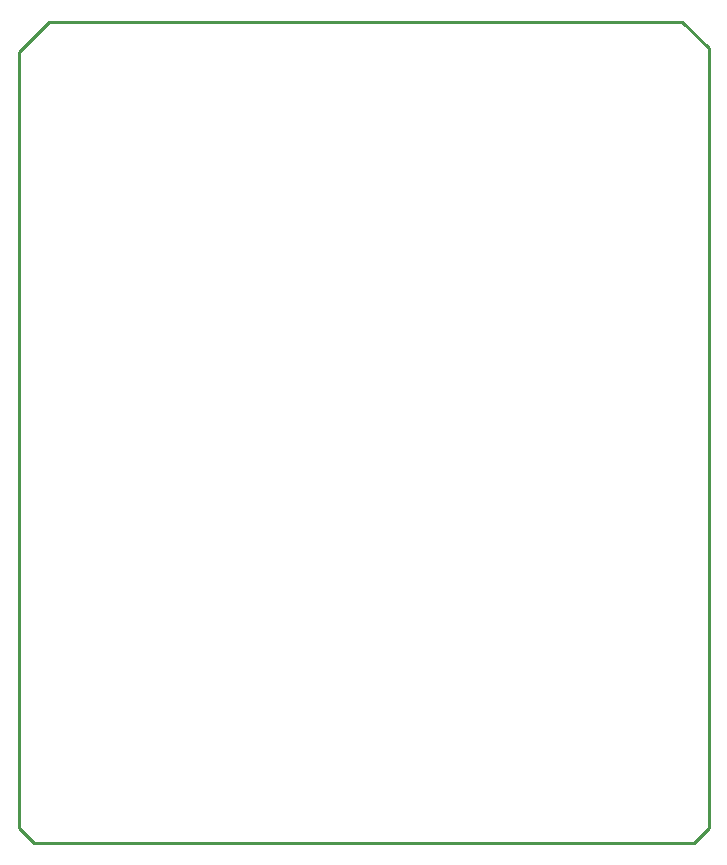
<source format=gbr>
G04 EAGLE Gerber RS-274X export*
G75*
%MOMM*%
%FSLAX34Y34*%
%LPD*%
%IN*%
%IPPOS*%
%AMOC8*
5,1,8,0,0,1.08239X$1,22.5*%
G01*
%ADD10C,0.254000*%


D10*
X0Y-12700D02*
X12700Y-25400D01*
X571500Y-25400D01*
X584000Y-12900D01*
X584000Y647700D01*
X561900Y669800D01*
X25400Y669800D01*
X0Y644400D01*
X0Y-12700D01*
M02*

</source>
